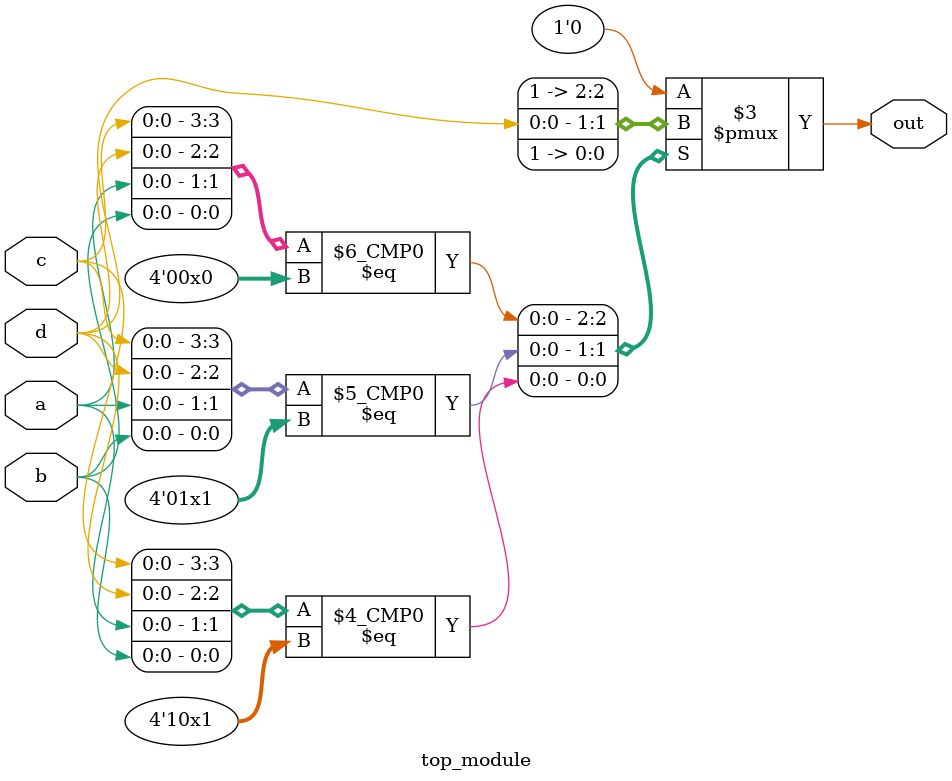
<source format=sv>
module top_module (
    input a, 
    input b,
    input c,
    input d,
    output reg out
);

always @* begin
    case ({c, d, a, b})
        4'b00x0: out = 1;
        4'b01x1: out = d;
        4'b11x1: out = 0;
        4'b10x1: out = 1;
        default: out = 0;
    endcase
end

endmodule

</source>
